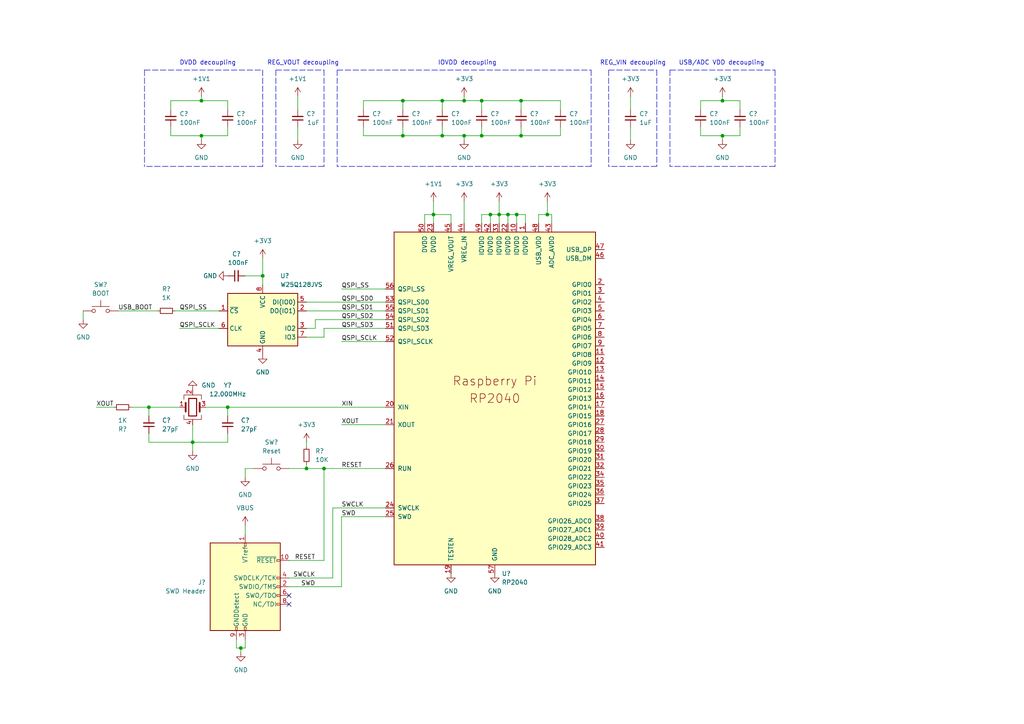
<source format=kicad_sch>
(kicad_sch (version 20211123) (generator eeschema)
  (paper "A4")
  (lib_symbols
    (symbol "Connector:Conn_ARM_JTAG_SWD_10" (pin_names (offset 1.016))
      (property "Reference" "J" (at -2.54 16.51 0))
      (property "Value" "Conn_ARM_JTAG_SWD_10" (at -2.54 13.97 0))
      (symbol "Conn_ARM_JTAG_SWD_10_0_1"
        (rectangle (start -10.16 12.7) (end 10.16 -12.7) (stroke (width 0.254)) (fill (type background)))
        (rectangle (start -2.794 -12.7) (end -2.286 -11.684))
        (rectangle (start -0.254 -12.7) (end 0.254 -11.684))
        (rectangle (start -0.254 12.7) (end 0.254 11.684))
        (rectangle (start 9.144 2.286) (end 10.16 2.794))
        (rectangle (start 10.16 -2.794) (end 9.144 -2.286))
        (rectangle (start 10.16 -0.254) (end 9.144 0.254))
        (rectangle (start 10.16 7.874) (end 9.144 7.366))
      )
      (symbol "Conn_ARM_JTAG_SWD_10_1_1"
        (rectangle (start 9.144 -5.334) (end 10.16 -4.826))
        (pin power_in line (at 0 15.24 270) (length 2.54) (name "VTref") (number "1"))
        (pin open_collector line (at 12.7 7.62 180) (length 2.54) (name "~{RESET}") (number "10"))
        (pin bidirectional line (at 12.7 0 180) (length 2.54) (name "SWDIO/TMS") (number "2"))
        (pin power_in line (at 0 -15.24 90) (length 2.54) (name "GND") (number "3"))
        (pin output line (at 12.7 2.54 180) (length 2.54) (name "SWDCLK/TCK") (number "4"))
        (pin passive line (at 0 -15.24 90) (length 2.54) hide (name "GND") (number "5"))
        (pin input line (at 12.7 -2.54 180) (length 2.54) (name "SWO/TDO") (number "6"))
        (pin no_connect line (at -10.16 0 0) (length 2.54) hide (name "KEY") (number "7"))
        (pin output line (at 12.7 -5.08 180) (length 2.54) (name "NC/TDI") (number "8"))
        (pin passive line (at -2.54 -15.24 90) (length 2.54) (name "GNDDetect") (number "9"))
      )
    )
    (symbol "Device:C_Small" (pin_numbers hide) (pin_names (offset 0.254) hide)
      (property "Reference" "C" (at 0.254 1.778 0))
      (property "Value" "C_Small" (at 0.254 -2.032 0))
      (symbol "C_Small_0_1"
        (polyline (pts (xy -1.524 -0.508) (xy 1.524 -0.508)) (stroke (width 0.3302)))
        (polyline (pts (xy -1.524 0.508) (xy 1.524 0.508)) (stroke (width 0.3048)))
      )
      (symbol "C_Small_1_1"
        (pin passive line (at 0 2.54 270) (length 2.032) (name "~") (number "1"))
        (pin passive line (at 0 -2.54 90) (length 2.032) (name "~") (number "2"))
      )
    )
    (symbol "Device:Crystal_GND24" (pin_names (offset 1.016) hide)
      (property "Reference" "Y" (at 3.175 5.08 0))
      (property "Value" "Crystal_GND24" (at 3.175 3.175 0))
      (symbol "Crystal_GND24_0_1"
        (rectangle (start -1.143 2.54) (end 1.143 -2.54) (stroke (width 0.3048)))
        (polyline (pts (xy -2.54 0) (xy -2.032 0)))
        (polyline (pts (xy -2.032 -1.27) (xy -2.032 1.27)) (stroke (width 0.508)))
        (polyline (pts (xy 0 -3.81) (xy 0 -3.556)))
        (polyline (pts (xy 0 3.556) (xy 0 3.81)))
        (polyline (pts (xy 2.032 -1.27) (xy 2.032 1.27)) (stroke (width 0.508)))
        (polyline (pts (xy 2.032 0) (xy 2.54 0)))
        (polyline (pts (xy -2.54 -2.286) (xy -2.54 -3.556) (xy 2.54 -3.556) (xy 2.54 -2.286)))
        (polyline (pts (xy -2.54 2.286) (xy -2.54 3.556) (xy 2.54 3.556) (xy 2.54 2.286)))
      )
      (symbol "Crystal_GND24_1_1"
        (pin passive line (at -3.81 0 0) (length 1.27) (name "1") (number "1"))
        (pin passive line (at 0 5.08 270) (length 1.27) (name "2") (number "2"))
        (pin passive line (at 3.81 0 180) (length 1.27) (name "3") (number "3"))
        (pin passive line (at 0 -5.08 90) (length 1.27) (name "4") (number "4"))
      )
    )
    (symbol "Device:R_Small" (pin_numbers hide) (pin_names (offset 0.254) hide)
      (property "Reference" "R" (at 0.762 0.508 0))
      (property "Value" "R_Small" (at 0.762 -1.016 0))
      (symbol "R_Small_0_1"
        (rectangle (start -0.762 1.778) (end 0.762 -1.778) (stroke (width 0.2032)))
      )
      (symbol "R_Small_1_1"
        (pin passive line (at 0 2.54 270) (length 0.762) (name "~") (number "1"))
        (pin passive line (at 0 -2.54 90) (length 0.762) (name "~") (number "2"))
      )
    )
    (symbol "Memory_Flash:W25Q32JVSS"
      (property "Reference" "U" (at -8.89 8.89 0))
      (property "Value" "W25Q32JVSS" (at 7.62 8.89 0))
      (symbol "W25Q32JVSS_0_1"
        (rectangle (start -10.16 7.62) (end 10.16 -7.62) (stroke (width 0.254)) (fill (type background)))
      )
      (symbol "W25Q32JVSS_1_1"
        (pin input line (at -12.7 2.54 0) (length 2.54) (name "~{CS}") (number "1"))
        (pin bidirectional line (at 12.7 2.54 180) (length 2.54) (name "DO(IO1)") (number "2"))
        (pin bidirectional line (at 12.7 -2.54 180) (length 2.54) (name "IO2") (number "3"))
        (pin power_in line (at 0 -10.16 90) (length 2.54) (name "GND") (number "4"))
        (pin bidirectional line (at 12.7 5.08 180) (length 2.54) (name "DI(IO0)") (number "5"))
        (pin input line (at -12.7 -2.54 0) (length 2.54) (name "CLK") (number "6"))
        (pin bidirectional line (at 12.7 -5.08 180) (length 2.54) (name "IO3") (number "7"))
        (pin power_in line (at 0 10.16 270) (length 2.54) (name "VCC") (number "8"))
      )
    )
    (symbol "RP2040:RP2040" (pin_names (offset 1.016))
      (property "Reference" "U" (at -29.21 49.53 0))
      (property "Value" "RP2040" (at 24.13 -49.53 0))
      (symbol "RP2040_0_0"
        (text "Raspberry Pi" (at 0 5.08 0) (effects (font (size 2.54 2.54))))
        (text "RP2040" (at 0 0 0) (effects (font (size 2.54 2.54))))
      )
      (symbol "RP2040_0_1"
        (rectangle (start 29.21 48.26) (end -29.21 -48.26) (stroke (width 0.254)) (fill (type background)))
      )
      (symbol "RP2040_1_1"
        (pin power_in line (at 8.89 50.8 270) (length 2.54) (name "IOVDD") (number "1"))
        (pin power_in line (at 6.35 50.8 270) (length 2.54) (name "IOVDD") (number "10"))
        (pin bidirectional line (at 31.75 12.7 180) (length 2.54) (name "GPIO8") (number "11"))
        (pin bidirectional line (at 31.75 10.16 180) (length 2.54) (name "GPIO9") (number "12"))
        (pin bidirectional line (at 31.75 7.62 180) (length 2.54) (name "GPIO10") (number "13"))
        (pin bidirectional line (at 31.75 5.08 180) (length 2.54) (name "GPIO11") (number "14"))
        (pin bidirectional line (at 31.75 2.54 180) (length 2.54) (name "GPIO12") (number "15"))
        (pin bidirectional line (at 31.75 0 180) (length 2.54) (name "GPIO13") (number "16"))
        (pin bidirectional line (at 31.75 -2.54 180) (length 2.54) (name "GPIO14") (number "17"))
        (pin bidirectional line (at 31.75 -5.08 180) (length 2.54) (name "GPIO15") (number "18"))
        (pin passive line (at -12.7 -50.8 90) (length 2.54) (name "TESTEN") (number "19"))
        (pin bidirectional line (at 31.75 33.02 180) (length 2.54) (name "GPIO0") (number "2"))
        (pin input line (at -31.75 -2.54 0) (length 2.54) (name "XIN") (number "20"))
        (pin passive line (at -31.75 -7.62 0) (length 2.54) (name "XOUT") (number "21"))
        (pin power_in line (at 3.81 50.8 270) (length 2.54) (name "IOVDD") (number "22"))
        (pin power_in line (at -17.78 50.8 270) (length 2.54) (name "DVDD") (number "23"))
        (pin output line (at -31.75 -31.75 0) (length 2.54) (name "SWCLK") (number "24"))
        (pin bidirectional line (at -31.75 -34.29 0) (length 2.54) (name "SWD") (number "25"))
        (pin input line (at -31.75 -20.32 0) (length 2.54) (name "RUN") (number "26"))
        (pin bidirectional line (at 31.75 -7.62 180) (length 2.54) (name "GPIO16") (number "27"))
        (pin bidirectional line (at 31.75 -10.16 180) (length 2.54) (name "GPIO17") (number "28"))
        (pin bidirectional line (at 31.75 -12.7 180) (length 2.54) (name "GPIO18") (number "29"))
        (pin bidirectional line (at 31.75 30.48 180) (length 2.54) (name "GPIO1") (number "3"))
        (pin bidirectional line (at 31.75 -15.24 180) (length 2.54) (name "GPIO19") (number "30"))
        (pin bidirectional line (at 31.75 -17.78 180) (length 2.54) (name "GPIO20") (number "31"))
        (pin bidirectional line (at 31.75 -20.32 180) (length 2.54) (name "GPIO21") (number "32"))
        (pin power_in line (at 1.27 50.8 270) (length 2.54) (name "IOVDD") (number "33"))
        (pin bidirectional line (at 31.75 -22.86 180) (length 2.54) (name "GPIO22") (number "34"))
        (pin bidirectional line (at 31.75 -25.4 180) (length 2.54) (name "GPIO23") (number "35"))
        (pin bidirectional line (at 31.75 -27.94 180) (length 2.54) (name "GPIO24") (number "36"))
        (pin bidirectional line (at 31.75 -30.48 180) (length 2.54) (name "GPIO25") (number "37"))
        (pin bidirectional line (at 31.75 -35.56 180) (length 2.54) (name "GPIO26_ADC0") (number "38"))
        (pin bidirectional line (at 31.75 -38.1 180) (length 2.54) (name "GPIO27_ADC1") (number "39"))
        (pin bidirectional line (at 31.75 27.94 180) (length 2.54) (name "GPIO2") (number "4"))
        (pin bidirectional line (at 31.75 -40.64 180) (length 2.54) (name "GPIO28_ADC2") (number "40"))
        (pin bidirectional line (at 31.75 -43.18 180) (length 2.54) (name "GPIO29_ADC3") (number "41"))
        (pin power_in line (at -1.27 50.8 270) (length 2.54) (name "IOVDD") (number "42"))
        (pin power_in line (at 16.51 50.8 270) (length 2.54) (name "ADC_AVDD") (number "43"))
        (pin power_in line (at -8.89 50.8 270) (length 2.54) (name "VREG_IN") (number "44"))
        (pin power_out line (at -12.7 50.8 270) (length 2.54) (name "VREG_VOUT") (number "45"))
        (pin bidirectional line (at 31.75 40.64 180) (length 2.54) (name "USB_DM") (number "46"))
        (pin bidirectional line (at 31.75 43.18 180) (length 2.54) (name "USB_DP") (number "47"))
        (pin power_in line (at 12.7 50.8 270) (length 2.54) (name "USB_VDD") (number "48"))
        (pin power_in line (at -3.81 50.8 270) (length 2.54) (name "IOVDD") (number "49"))
        (pin bidirectional line (at 31.75 25.4 180) (length 2.54) (name "GPIO3") (number "5"))
        (pin power_in line (at -20.32 50.8 270) (length 2.54) (name "DVDD") (number "50"))
        (pin bidirectional line (at -31.75 20.32 0) (length 2.54) (name "QSPI_SD3") (number "51"))
        (pin output line (at -31.75 16.51 0) (length 2.54) (name "QSPI_SCLK") (number "52"))
        (pin bidirectional line (at -31.75 27.94 0) (length 2.54) (name "QSPI_SD0") (number "53"))
        (pin bidirectional line (at -31.75 22.86 0) (length 2.54) (name "QSPI_SD2") (number "54"))
        (pin bidirectional line (at -31.75 25.4 0) (length 2.54) (name "QSPI_SD1") (number "55"))
        (pin bidirectional line (at -31.75 31.75 0) (length 2.54) (name "QSPI_SS") (number "56"))
        (pin power_in line (at 0 -50.8 90) (length 2.54) (name "GND") (number "57"))
        (pin bidirectional line (at 31.75 22.86 180) (length 2.54) (name "GPIO4") (number "6"))
        (pin bidirectional line (at 31.75 20.32 180) (length 2.54) (name "GPIO5") (number "7"))
        (pin bidirectional line (at 31.75 17.78 180) (length 2.54) (name "GPIO6") (number "8"))
        (pin bidirectional line (at 31.75 15.24 180) (length 2.54) (name "GPIO7") (number "9"))
      )
    )
    (symbol "Switch:SW_Push" (pin_numbers hide) (pin_names (offset 1.016) hide)
      (property "Reference" "SW" (at 1.27 2.54 0))
      (property "Value" "SW_Push" (at 0 -1.524 0))
      (symbol "SW_Push_0_1"
        (circle (center -2.032 0) (radius 0.508))
        (polyline (pts (xy 0 1.27) (xy 0 3.048)))
        (polyline (pts (xy 2.54 1.27) (xy -2.54 1.27)))
        (circle (center 2.032 0) (radius 0.508))
        (pin passive line (at -5.08 0 0) (length 2.54) (name "1") (number "1"))
        (pin passive line (at 5.08 0 180) (length 2.54) (name "2") (number "2"))
      )
    )
    (symbol "power:+1V1" (power) (pin_names (offset 0))
      (property "Value" "+1V1" (at 0 3.556 0))
      (symbol "+1V1_0_1"
        (polyline (pts (xy -0.762 1.27) (xy 0 2.54)))
        (polyline (pts (xy 0 0) (xy 0 2.54)))
        (polyline (pts (xy 0 2.54) (xy 0.762 1.27)))
      )
      (symbol "+1V1_1_1"
        (pin power_in line (at 0 0 90) (length 0) hide (name "+1V1") (number "1"))
      )
    )
    (symbol "power:+3.3V" (power) (pin_names (offset 0))
      (property "Value" "+3.3V" (at 0 3.556 0))
      (symbol "+3.3V_0_1"
        (polyline (pts (xy -0.762 1.27) (xy 0 2.54)))
        (polyline (pts (xy 0 0) (xy 0 2.54)))
        (polyline (pts (xy 0 2.54) (xy 0.762 1.27)))
      )
      (symbol "+3.3V_1_1"
        (pin power_in line (at 0 0 90) (length 0) hide (name "+3V3") (number "1"))
      )
    )
    (symbol "power:GND" (power) (pin_names (offset 0))
      (property "Value" "GND" (at 0 -3.81 0))
      (symbol "GND_0_1"
        (polyline (pts (xy 0 0) (xy 0 -1.27) (xy 1.27 -1.27) (xy 0 -2.54) (xy -1.27 -1.27) (xy 0 -1.27)))
      )
      (symbol "GND_1_1"
        (pin power_in line (at 0 0 270) (length 0) hide (name "GND") (number "1"))
      )
    )
    (symbol "power:VBUS" (power) (pin_names (offset 0))
      (property "Value" "VBUS" (at 0 3.81 0))
      (symbol "VBUS_0_1"
        (polyline (pts (xy -0.762 1.27) (xy 0 2.54)))
        (polyline (pts (xy 0 0) (xy 0 2.54)))
        (polyline (pts (xy 0 2.54) (xy 0.762 1.27)))
      )
      (symbol "VBUS_1_1"
        (pin power_in line (at 0 0 90) (length 0) hide (name "VBUS") (number "1"))
      )
    )
  )
  (junction (at 128.27 39.37))
  (junction (at 93.98 135.89))
  (junction (at 158.75 62.23))
  (junction (at 58.42 39.37))
  (junction (at 125.73 62.23))
  (junction (at 134.62 29.21))
  (junction (at 116.84 39.37))
  (junction (at 43.18 118.11))
  (junction (at 209.55 39.37))
  (junction (at 116.84 29.21))
  (junction (at 139.7 29.21))
  (junction (at 144.78 62.23))
  (junction (at 55.88 128.27))
  (junction (at 151.13 39.37))
  (junction (at 58.42 29.21))
  (junction (at 134.62 39.37))
  (junction (at 142.24 62.23))
  (junction (at 76.2 80.01))
  (junction (at 147.32 62.23))
  (junction (at 88.9 135.89))
  (junction (at 151.13 29.21))
  (junction (at 128.27 29.21))
  (junction (at 139.7 39.37))
  (junction (at 69.85 187.96))
  (junction (at 149.86 62.23))
  (junction (at 209.55 29.21))
  (junction (at 66.04 118.11))
  (no_connect (at 83.82 175.26))
  (no_connect (at 83.82 172.72))
  (wire (pts (xy 88.9 97.79) (xy 93.98 97.79)))
  (wire (pts (xy 66.04 29.21) (xy 66.04 31.75)))
  (wire (pts (xy 203.2 29.21) (xy 203.2 31.75)))
  (polyline (pts (xy 194.31 20.32) (xy 224.79 20.32)))
  (wire (pts (xy 116.84 39.37) (xy 128.27 39.37)))
  (wire (pts (xy 66.04 118.11) (xy 111.76 118.11)))
  (wire (pts (xy 144.78 62.23) (xy 144.78 64.77)))
  (wire (pts (xy 55.88 128.27) (xy 55.88 123.19)))
  (wire (pts (xy 43.18 118.11) (xy 52.07 118.11)))
  (wire (pts (xy 149.86 62.23) (xy 149.86 64.77)))
  (wire (pts (xy 162.56 29.21) (xy 162.56 31.75)))
  (wire (pts (xy 105.41 36.83) (xy 105.41 39.37)))
  (wire (pts (xy 93.98 162.56) (xy 93.98 135.89)))
  (wire (pts (xy 27.94 118.11) (xy 33.02 118.11)))
  (wire (pts (xy 71.12 187.96) (xy 71.12 185.42)))
  (wire (pts (xy 156.21 64.77) (xy 156.21 62.23)))
  (wire (pts (xy 49.53 39.37) (xy 58.42 39.37)))
  (wire (pts (xy 93.98 97.79) (xy 93.98 95.25)))
  (wire (pts (xy 151.13 29.21) (xy 162.56 29.21)))
  (polyline (pts (xy 76.2 20.32) (xy 76.2 48.26)))
  (wire (pts (xy 156.21 62.23) (xy 158.75 62.23)))
  (wire (pts (xy 71.12 135.89) (xy 71.12 138.43)))
  (polyline (pts (xy 190.5 48.26) (xy 176.53 48.26)))
  (wire (pts (xy 142.24 62.23) (xy 142.24 64.77)))
  (wire (pts (xy 116.84 29.21) (xy 128.27 29.21)))
  (polyline (pts (xy 194.31 20.32) (xy 194.31 48.26)))
  (polyline (pts (xy 76.2 48.26) (xy 41.91 48.26)))
  (wire (pts (xy 139.7 36.83) (xy 139.7 39.37)))
  (wire (pts (xy 134.62 29.21) (xy 139.7 29.21)))
  (wire (pts (xy 116.84 36.83) (xy 116.84 39.37)))
  (wire (pts (xy 69.85 187.96) (xy 71.12 187.96)))
  (wire (pts (xy 49.53 39.37) (xy 49.53 36.83)))
  (wire (pts (xy 76.2 74.93) (xy 76.2 80.01)))
  (wire (pts (xy 158.75 62.23) (xy 160.02 62.23)))
  (wire (pts (xy 151.13 36.83) (xy 151.13 39.37)))
  (wire (pts (xy 125.73 62.23) (xy 125.73 64.77)))
  (wire (pts (xy 38.1 118.11) (xy 43.18 118.11)))
  (wire (pts (xy 58.42 39.37) (xy 66.04 39.37)))
  (wire (pts (xy 83.82 162.56) (xy 93.98 162.56)))
  (wire (pts (xy 105.41 29.21) (xy 105.41 31.75)))
  (wire (pts (xy 128.27 39.37) (xy 134.62 39.37)))
  (wire (pts (xy 52.07 95.25) (xy 63.5 95.25)))
  (wire (pts (xy 214.63 39.37) (xy 214.63 36.83)))
  (polyline (pts (xy 97.79 20.32) (xy 97.79 48.26)))
  (wire (pts (xy 125.73 58.42) (xy 125.73 62.23)))
  (wire (pts (xy 24.13 90.17) (xy 24.13 92.71)))
  (wire (pts (xy 49.53 29.21) (xy 58.42 29.21)))
  (wire (pts (xy 93.98 135.89) (xy 111.76 135.89)))
  (wire (pts (xy 134.62 39.37) (xy 139.7 39.37)))
  (wire (pts (xy 99.06 99.06) (xy 111.76 99.06)))
  (wire (pts (xy 209.55 27.94) (xy 209.55 29.21)))
  (wire (pts (xy 152.4 62.23) (xy 149.86 62.23)))
  (wire (pts (xy 88.9 90.17) (xy 111.76 90.17)))
  (wire (pts (xy 58.42 29.21) (xy 66.04 29.21)))
  (wire (pts (xy 162.56 36.83) (xy 162.56 39.37)))
  (wire (pts (xy 68.58 187.96) (xy 69.85 187.96)))
  (wire (pts (xy 55.88 128.27) (xy 66.04 128.27)))
  (wire (pts (xy 209.55 39.37) (xy 214.63 39.37)))
  (polyline (pts (xy 80.01 20.32) (xy 93.98 20.32)))
  (wire (pts (xy 43.18 118.11) (xy 43.18 120.65)))
  (wire (pts (xy 128.27 29.21) (xy 134.62 29.21)))
  (wire (pts (xy 71.12 80.01) (xy 76.2 80.01)))
  (wire (pts (xy 134.62 27.94) (xy 134.62 29.21)))
  (wire (pts (xy 144.78 62.23) (xy 147.32 62.23)))
  (wire (pts (xy 96.52 167.64) (xy 96.52 147.32)))
  (wire (pts (xy 123.19 62.23) (xy 125.73 62.23)))
  (wire (pts (xy 69.85 187.96) (xy 69.85 189.23)))
  (wire (pts (xy 105.41 29.21) (xy 116.84 29.21)))
  (polyline (pts (xy 41.91 20.32) (xy 76.2 20.32)))
  (polyline (pts (xy 190.5 20.32) (xy 190.5 48.26)))
  (wire (pts (xy 55.88 128.27) (xy 55.88 130.81)))
  (wire (pts (xy 152.4 64.77) (xy 152.4 62.23)))
  (wire (pts (xy 160.02 62.23) (xy 160.02 64.77)))
  (wire (pts (xy 209.55 40.64) (xy 209.55 39.37)))
  (wire (pts (xy 209.55 39.37) (xy 203.2 39.37)))
  (wire (pts (xy 88.9 128.27) (xy 88.9 129.54)))
  (polyline (pts (xy 224.79 48.26) (xy 194.31 48.26)))
  (wire (pts (xy 88.9 95.25) (xy 91.44 95.25)))
  (wire (pts (xy 50.8 90.17) (xy 63.5 90.17)))
  (wire (pts (xy 43.18 125.73) (xy 43.18 128.27)))
  (wire (pts (xy 73.66 135.89) (xy 71.12 135.89)))
  (polyline (pts (xy 41.91 20.32) (xy 41.91 48.26)))
  (wire (pts (xy 68.58 185.42) (xy 68.58 187.96)))
  (wire (pts (xy 83.82 170.18) (xy 99.06 170.18)))
  (wire (pts (xy 86.36 36.83) (xy 86.36 40.64)))
  (wire (pts (xy 128.27 29.21) (xy 128.27 31.75)))
  (polyline (pts (xy 171.45 48.26) (xy 97.79 48.26)))
  (wire (pts (xy 130.81 64.77) (xy 130.81 62.23)))
  (wire (pts (xy 55.88 128.27) (xy 43.18 128.27)))
  (wire (pts (xy 139.7 29.21) (xy 139.7 31.75)))
  (wire (pts (xy 144.78 58.42) (xy 144.78 62.23)))
  (wire (pts (xy 66.04 118.11) (xy 66.04 120.65)))
  (wire (pts (xy 49.53 29.21) (xy 49.53 31.75)))
  (wire (pts (xy 147.32 62.23) (xy 147.32 64.77)))
  (wire (pts (xy 123.19 64.77) (xy 123.19 62.23)))
  (wire (pts (xy 66.04 125.73) (xy 66.04 128.27)))
  (wire (pts (xy 66.04 39.37) (xy 66.04 36.83)))
  (wire (pts (xy 99.06 149.86) (xy 99.06 170.18)))
  (wire (pts (xy 96.52 147.32) (xy 111.76 147.32)))
  (polyline (pts (xy 176.53 20.32) (xy 190.5 20.32)))
  (wire (pts (xy 151.13 39.37) (xy 162.56 39.37)))
  (wire (pts (xy 134.62 58.42) (xy 134.62 64.77)))
  (polyline (pts (xy 97.79 20.32) (xy 171.45 20.32)))
  (wire (pts (xy 88.9 134.62) (xy 88.9 135.89)))
  (wire (pts (xy 182.88 27.94) (xy 182.88 31.75)))
  (wire (pts (xy 147.32 62.23) (xy 149.86 62.23)))
  (wire (pts (xy 214.63 29.21) (xy 214.63 31.75)))
  (wire (pts (xy 209.55 29.21) (xy 214.63 29.21)))
  (polyline (pts (xy 80.01 20.32) (xy 80.01 48.26)))
  (wire (pts (xy 99.06 123.19) (xy 111.76 123.19)))
  (wire (pts (xy 139.7 39.37) (xy 151.13 39.37)))
  (wire (pts (xy 139.7 62.23) (xy 142.24 62.23)))
  (wire (pts (xy 116.84 29.21) (xy 116.84 31.75)))
  (wire (pts (xy 86.36 27.94) (xy 86.36 31.75)))
  (wire (pts (xy 93.98 95.25) (xy 111.76 95.25)))
  (wire (pts (xy 88.9 135.89) (xy 93.98 135.89)))
  (wire (pts (xy 130.81 62.23) (xy 125.73 62.23)))
  (wire (pts (xy 58.42 27.94) (xy 58.42 29.21)))
  (wire (pts (xy 91.44 95.25) (xy 91.44 92.71)))
  (wire (pts (xy 99.06 83.82) (xy 111.76 83.82)))
  (wire (pts (xy 83.82 167.64) (xy 96.52 167.64)))
  (polyline (pts (xy 93.98 48.26) (xy 80.01 48.26)))
  (wire (pts (xy 91.44 92.71) (xy 111.76 92.71)))
  (wire (pts (xy 158.75 58.42) (xy 158.75 62.23)))
  (polyline (pts (xy 93.98 20.32) (xy 93.98 48.26)))
  (wire (pts (xy 134.62 40.64) (xy 134.62 39.37)))
  (polyline (pts (xy 176.53 20.32) (xy 176.53 48.26)))
  (wire (pts (xy 203.2 36.83) (xy 203.2 39.37)))
  (wire (pts (xy 66.04 118.11) (xy 59.69 118.11)))
  (wire (pts (xy 71.12 152.4) (xy 71.12 154.94)))
  (wire (pts (xy 139.7 29.21) (xy 151.13 29.21)))
  (polyline (pts (xy 224.79 20.32) (xy 224.79 48.26)))
  (wire (pts (xy 139.7 64.77) (xy 139.7 62.23)))
  (wire (pts (xy 105.41 39.37) (xy 116.84 39.37)))
  (wire (pts (xy 83.82 135.89) (xy 88.9 135.89)))
  (wire (pts (xy 58.42 39.37) (xy 58.42 40.64)))
  (wire (pts (xy 151.13 29.21) (xy 151.13 31.75)))
  (wire (pts (xy 99.06 149.86) (xy 111.76 149.86)))
  (wire (pts (xy 142.24 62.23) (xy 144.78 62.23)))
  (wire (pts (xy 76.2 80.01) (xy 76.2 82.55)))
  (polyline (pts (xy 171.45 20.32) (xy 171.45 48.26)))
  (wire (pts (xy 182.88 36.83) (xy 182.88 40.64)))
  (wire (pts (xy 88.9 87.63) (xy 111.76 87.63)))
  (wire (pts (xy 34.29 90.17) (xy 45.72 90.17)))
  (wire (pts (xy 209.55 29.21) (xy 203.2 29.21)))
  (wire (pts (xy 128.27 36.83) (xy 128.27 39.37)))
  (text "DVDD decoupling" (at 52.07 19.05 0) (effects (font (size 1.27 1.27)) (justify left bottom)))
  (text "REG_VOUT decoupling" (at 77.47 19.05 0) (effects (font (size 1.27 1.27)) (justify left bottom)))
  (text "IOVDD decoupling" (at 127 19.05 0) (effects (font (size 1.27 1.27)) (justify left bottom)))
  (text "USB/ADC VDD decoupling" (at 196.85 19.05 0) (effects (font (size 1.27 1.27)) (justify left bottom)))
  (text "REG_VIN decoupling" (at 173.99 19.05 0) (effects (font (size 1.27 1.27)) (justify left bottom)))
  (label "QSPI_SD0" (at 99.06 87.63 0))
  (label "SWCLK" (at 91.44 167.64 180))
  (label "XOUT" (at 27.94 118.11 0))
  (label "QSPI_SS" (at 99.06 83.82 0))
  (label "XOUT" (at 99.06 123.19 0))
  (label "QSPI_SD2" (at 99.06 92.71 0))
  (label "XIN" (at 99.06 118.11 0))
  (label "SWD" (at 91.44 170.18 180))
  (label "QSPI_SS" (at 52.07 90.17 0))
  (label "USB_BOOT" (at 34.29 90.17 0))
  (label "QSPI_SD3" (at 99.06 95.25 0))
  (label "RESET" (at 91.44 162.56 180))
  (label "QSPI_SCLK" (at 99.06 99.06 0))
  (label "QSPI_SCLK" (at 52.07 95.25 0))
  (label "SWCLK" (at 99.06 147.32 0))
  (label "QSPI_SD1" (at 99.06 90.17 0))
  (label "RESET" (at 99.06 135.89 0))
  (label "SWD" (at 99.06 149.86 0))
  (symbol (lib_id "power:GND") (at 58.42 40.64 0) (unit 1)
    (property "Reference" "#PWR?" (effects hide))
    (property "Value" "GND" (at 58.42 45.72 0))
  )
  (symbol (lib_id "power:+3.3V") (at 134.62 27.94 0) (unit 1)
    (property "Reference" "#PWR?" (effects hide))
    (property "Value" "+3.3V" (at 134.62 22.86 0))
  )
  (symbol (lib_id "power:+3.3V") (at 209.55 27.94 0) (unit 1)
    (property "Reference" "#PWR?" (effects hide))
    (property "Value" "+3.3V" (at 209.55 22.86 0))
  )
  (symbol (lib_id "power:GND") (at 209.55 40.64 0) (unit 1)
    (property "Reference" "#PWR?" (effects hide))
    (property "Value" "GND" (at 209.55 45.72 0))
  )
  (symbol (lib_id "Device:C_Small") (at 214.63 34.29 180) (unit 1)
    (property "Reference" "C?" (at 217.17 33.02 0) (effects (justify right)))
    (property "Value" "100nF" (at 217.17 35.56 0) (effects (justify right)))
    (property "Footprint" "Capacitor_SMD:C_0402_1005Metric" (effects hide))
    (property "Basic Part" "Yes" (effects hide))
    (property "LCSC part number" "C1525" (effects hide))
  )
  (symbol (lib_id "Device:C_Small") (at 203.2 34.29 180) (unit 1)
    (property "Reference" "C?" (at 205.74 33.02 0) (effects (justify right)))
    (property "Value" "100nF" (at 205.74 35.56 0) (effects (justify right)))
    (property "Footprint" "Capacitor_SMD:C_0402_1005Metric" (effects hide))
    (property "Basic Part" "Yes" (effects hide))
    (property "LCSC part number" "C1525" (effects hide))
  )
  (symbol (lib_id "power:GND") (at 86.36 40.64 0) (unit 1)
    (property "Reference" "#PWR?" (effects hide))
    (property "Value" "GND" (at 86.36 45.72 0))
  )
  (symbol (lib_id "Device:C_Small") (at 105.41 34.29 180) (unit 1)
    (property "Reference" "C?" (at 107.95 33.02 0) (effects (justify right)))
    (property "Value" "100nF" (at 107.95 35.56 0) (effects (justify right)))
    (property "Footprint" "Capacitor_SMD:C_0402_1005Metric" (effects hide))
    (property "Basic Part" "Yes" (effects hide))
    (property "LCSC part number" "C1525" (effects hide))
  )
  (symbol (lib_id "power:+3.3V") (at 144.78 58.42 0) (unit 1)
    (property "Reference" "#PWR?" (effects hide))
    (property "Value" "+3.3V" (at 144.78 53.34 0))
  )
  (symbol (lib_id "power:GND") (at 130.81 166.37 0) (unit 1)
    (property "Reference" "#PWR?" (effects hide))
    (property "Value" "GND" (at 130.81 171.45 0))
  )
  (symbol (lib_id "power:+3.3V") (at 134.62 58.42 0) (unit 1)
    (property "Reference" "#PWR?" (effects hide))
    (property "Value" "+3.3V" (at 134.62 53.34 0))
  )
  (symbol (lib_id "power:GND") (at 55.88 113.03 180) (unit 1)
    (property "Reference" "#PWR?" (effects hide))
    (property "Value" "GND" (at 58.42 111.7599 0) (effects (justify right)))
  )
  (symbol (lib_id "power:GND") (at 134.62 40.64 0) (unit 1)
    (property "Reference" "#PWR?" (effects hide))
    (property "Value" "GND" (at 134.62 45.72 0))
  )
  (symbol (lib_id "power:+3.3V") (at 158.75 58.42 0) (unit 1)
    (property "Reference" "#PWR?" (effects hide))
    (property "Value" "+3.3V" (at 158.75 53.34 0))
  )
  (symbol (lib_id "Device:C_Small") (at 128.27 34.29 180) (unit 1)
    (property "Reference" "C?" (at 130.81 33.02 0) (effects (justify right)))
    (property "Value" "100nF" (at 130.81 35.56 0) (effects (justify right)))
    (property "Footprint" "Capacitor_SMD:C_0402_1005Metric" (effects hide))
    (property "Basic Part" "Yes" (effects hide))
    (property "LCSC part number" "C1525" (effects hide))
  )
  (symbol (lib_id "power:+3.3V") (at 76.2 74.93 0) (unit 1)
    (property "Reference" "#PWR?" (effects hide))
    (property "Value" "+3.3V" (at 76.2 69.85 0))
  )
  (symbol (lib_id "Memory_Flash:W25Q32JVSS") (at 76.2 92.71 0) (unit 1)
    (property "Reference" "U?" (at 81.28 80.01 0) (effects (justify left)))
    (property "Value" "W25Q128JVS" (at 81.28 82.55 0) (effects (justify left)))
    (property "Footprint" "Package_SO:SOIC-8_5.23x5.23mm_P1.27mm" (effects hide))
    (property "Datasheet" "http://www.winbond.com/resource-files/w25q32jv%20revg%2003272018%20plus.pdf" (effects hide))
    (property "LCSC part number" "C97521" (effects hide))
    (property "Basic Part" "Yes" (effects hide))
  )
  (symbol (lib_id "power:+3.3V") (at 88.9 128.27 0) (unit 1)
    (property "Reference" "#PWR?" (effects hide))
    (property "Value" "+3.3V" (at 88.9 123.19 0))
  )
  (symbol (lib_id "power:GND") (at 66.04 80.01 270) (unit 1)
    (property "Reference" "#PWR?" (effects hide))
    (property "Value" "GND" (at 60.96 80.01 90))
  )
  (symbol (lib_id "Connector:Conn_ARM_JTAG_SWD_10") (at 71.12 170.18 0) (unit 1)
    (property "Reference" "J?" (at 59.69 168.9099 0) (effects (justify right)))
    (property "Value" "SWD Header" (at 59.69 171.4499 0) (effects (justify right)))
    (property "Footprint" "Connector_PinHeader_2.54mm:PinHeader_2x05_P2.54mm_Vertical" (effects hide))
  )
  (symbol (lib_id "power:GND") (at 24.13 92.71 0) (unit 1)
    (property "Reference" "#PWR?" (effects hide))
    (property "Value" "GND" (at 24.13 97.79 0))
  )
  (symbol (lib_id "Device:R_Small") (at 88.9 132.08 0) (unit 1)
    (property "Reference" "R?" (at 91.44 130.8099 0) (effects (justify left)))
    (property "Value" "10K" (at 91.44 133.3499 0) (effects (justify left)))
    (property "Footprint" "Resistor_SMD:R_0402_1005Metric" (effects hide))
    (property "LCSC part number" "C25744" (effects hide))
    (property "Basic Part" "Yes" (effects hide))
  )
  (symbol (lib_id "power:GND") (at 182.88 40.64 0) (unit 1)
    (property "Reference" "#PWR?" (effects hide))
    (property "Value" "GND" (at 182.88 45.72 0))
  )
  (symbol (lib_id "Device:C_Small") (at 151.13 34.29 180) (unit 1)
    (property "Reference" "C?" (at 153.67 33.02 0) (effects (justify right)))
    (property "Value" "100nF" (at 153.67 35.56 0) (effects (justify right)))
    (property "Footprint" "Capacitor_SMD:C_0402_1005Metric" (effects hide))
    (property "Basic Part" "Yes" (effects hide))
    (property "LCSC part number" "C1525" (effects hide))
  )
  (symbol (lib_id "Device:C_Small") (at 66.04 123.19 180) (unit 1)
    (property "Reference" "C?" (at 69.85 121.9199 0) (effects (justify right)))
    (property "Value" "27pF" (at 69.85 124.4599 0) (effects (justify right)))
    (property "Footprint" "Capacitor_SMD:C_0402_1005Metric" (effects hide))
    (property "LCSC part number" "C1557" (effects hide))
    (property "Basic Part" "Yes" (effects hide))
  )
  (symbol (lib_id "power:GND") (at 76.2 102.87 0) (unit 1)
    (property "Reference" "#PWR?" (effects hide))
    (property "Value" "GND" (at 76.2 107.95 0))
  )
  (symbol (lib_id "power:+1V1") (at 58.42 27.94 0) (unit 1)
    (property "Reference" "#PWR?" (effects hide))
    (property "Value" "+1V1" (at 58.42 22.86 0))
  )
  (symbol (lib_id "Device:C_Small") (at 66.04 34.29 180) (unit 1)
    (property "Reference" "C?" (at 68.58 33.02 0) (effects (justify right)))
    (property "Value" "100nF" (at 68.58 35.56 0) (effects (justify right)))
    (property "Footprint" "Capacitor_SMD:C_0402_1005Metric" (effects hide))
    (property "Basic Part" "Yes" (effects hide))
    (property "LCSC part number" "C1525" (effects hide))
  )
  (symbol (lib_id "Device:R_Small") (at 48.26 90.17 270) (unit 1)
    (property "Reference" "R?" (at 48.26 83.82 90))
    (property "Value" "1K" (at 48.26 86.36 90))
    (property "Footprint" "Resistor_SMD:R_0402_1005Metric" (effects hide))
    (property "LCSC part number" "C11702" (effects hide))
    (property "Basic Part" "Yes" (effects hide))
  )
  (symbol (lib_id "Device:R_Small") (at 35.56 118.11 270) (unit 1)
    (property "Reference" "R?" (at 35.56 124.46 90))
    (property "Value" "1K" (at 35.56 121.92 90))
    (property "Footprint" "Resistor_SMD:R_0402_1005Metric" (effects hide))
    (property "LCSC part number" "C11702" (effects hide))
    (property "Basic Part" "Yes" (effects hide))
  )
  (symbol (lib_id "power:+1V1") (at 86.36 27.94 0) (unit 1)
    (property "Reference" "#PWR?" (effects hide))
    (property "Value" "+1V1" (at 86.36 22.86 0))
  )
  (symbol (lib_id "Device:C_Small") (at 68.58 80.01 90) (unit 1)
    (property "Reference" "C?" (at 67.31 73.66 90) (effects (justify right)))
    (property "Value" "100nF" (at 66.04 76.2 90) (effects (justify right)))
    (property "Footprint" "Capacitor_SMD:C_0402_1005Metric" (effects hide))
    (property "Basic Part" "Yes" (effects hide))
    (property "LCSC part number" "C1525" (effects hide))
  )
  (symbol (lib_id "power:VBUS") (at 71.12 152.4 0) (unit 1)
    (property "Reference" "#PWR?" (effects hide))
    (property "Value" "VBUS" (at 71.12 147.32 0))
  )
  (symbol (lib_id "Device:Crystal_GND24") (at 55.88 118.11 0) (unit 1)
    (property "Reference" "Y?" (at 66.04 111.76 0))
    (property "Value" "12.000MHz" (at 66.04 114.3 0))
    (property "Footprint" "Crystal:Crystal_SMD_3225-4Pin_3.2x2.5mm" (effects hide))
    (property "Datasheet" "https://datasheet.lcsc.com/lcsc/2103291203_Yangxing-Tech-X322512MSB4SI_C9002.pdf" (effects hide))
    (property "LCSC part number" "C9002" (effects hide))
    (property "Basic Part" "Yes" (effects hide))
  )
  (symbol (lib_id "RP2040:RP2040") (at 143.51 115.57 0) (unit 1)
    (property "Reference" "U?" (at 145.5294 166.37 0) (effects (justify left)))
    (property "Value" "RP2040" (at 145.5294 168.91 0) (effects (justify left)))
    (property "Footprint" "RP2040_minimal:RP2040-QFN-56" (effects hide))
  )
  (symbol (lib_id "Switch:SW_Push") (at 29.21 90.17 0) (unit 1)
    (property "Reference" "SW?" (at 29.21 82.55 0))
    (property "Value" "BOOT" (at 29.21 85.09 0))
    (property "Footprint" "Button_Switch_SMD:SW_SPST_SKQG_WithStem" (effects hide))
    (property "Basic Part" "Yes" (effects hide))
    (property "LCSC part number" "C318884" (effects hide))
  )
  (symbol (lib_id "Device:C_Small") (at 139.7 34.29 180) (unit 1)
    (property "Reference" "C?" (at 142.24 33.02 0) (effects (justify right)))
    (property "Value" "100nF" (at 142.24 35.56 0) (effects (justify right)))
    (property "Footprint" "Capacitor_SMD:C_0402_1005Metric" (effects hide))
    (property "Basic Part" "Yes" (effects hide))
    (property "LCSC part number" "C1525" (effects hide))
  )
  (symbol (lib_id "power:+1V1") (at 125.73 58.42 0) (unit 1)
    (property "Reference" "#PWR?" (effects hide))
    (property "Value" "+1V1" (at 125.73 53.34 0))
  )
  (symbol (lib_id "Device:C_Small") (at 86.36 34.29 0) (mirror x) (unit 1)
    (property "Reference" "C?" (at 91.44 33.02 0) (effects (justify right)))
    (property "Value" "1uF" (at 92.71 35.56 0) (effects (justify right)))
    (property "Footprint" "Capacitor_SMD:C_0402_1005Metric" (effects hide))
    (property "Basic Part" "Yes" (effects hide))
    (property "LCSC part number" "C52923" (effects hide))
  )
  (symbol (lib_id "power:+3.3V") (at 182.88 27.94 0) (unit 1)
    (property "Reference" "#PWR?" (effects hide))
    (property "Value" "+3.3V" (at 182.88 22.86 0))
  )
  (symbol (lib_id "power:GND") (at 55.88 130.81 0) (unit 1)
    (property "Reference" "#PWR?" (effects hide))
    (property "Value" "GND" (at 55.88 135.89 0))
  )
  (symbol (lib_id "Device:C_Small") (at 116.84 34.29 180) (unit 1)
    (property "Reference" "C?" (at 119.38 33.02 0) (effects (justify right)))
    (property "Value" "100nF" (at 119.38 35.56 0) (effects (justify right)))
    (property "Footprint" "Capacitor_SMD:C_0402_1005Metric" (effects hide))
    (property "Basic Part" "Yes" (effects hide))
    (property "LCSC part number" "C1525" (effects hide))
  )
  (symbol (lib_id "power:GND") (at 71.12 138.43 0) (unit 1)
    (property "Reference" "#PWR?" (effects hide))
    (property "Value" "GND" (at 71.12 143.51 0))
  )
  (symbol (lib_id "Device:C_Small") (at 182.88 34.29 180) (unit 1)
    (property "Reference" "C?" (at 185.42 33.02 0) (effects (justify right)))
    (property "Value" "1uF" (at 185.42 35.56 0) (effects (justify right)))
    (property "Footprint" "Capacitor_SMD:C_0402_1005Metric" (effects hide))
    (property "Basic Part" "Yes" (effects hide))
    (property "LCSC part number" "C52923" (effects hide))
  )
  (symbol (lib_id "Switch:SW_Push") (at 78.74 135.89 0) (unit 1)
    (property "Reference" "SW?" (at 78.74 128.27 0))
    (property "Value" "Reset" (at 78.74 130.81 0))
    (property "Footprint" "Button_Switch_SMD:SW_SPST_SKQG_WithStem" (effects hide))
    (property "Basic Part" "Yes" (effects hide))
    (property "LCSC part number" "C318884" (effects hide))
  )
  (symbol (lib_id "Device:C_Small") (at 49.53 34.29 180) (unit 1)
    (property "Reference" "C?" (at 52.07 33.02 0) (effects (justify right)))
    (property "Value" "100nF" (at 52.07 35.56 0) (effects (justify right)))
    (property "Footprint" "Capacitor_SMD:C_0402_1005Metric" (effects hide))
    (property "Basic Part" "Yes" (effects hide))
    (property "LCSC part number" "C1525" (effects hide))
  )
  (symbol (lib_id "Device:C_Small") (at 162.56 34.29 180) (unit 1)
    (property "Reference" "C?" (at 165.1 33.02 0) (effects (justify right)))
    (property "Value" "100nF" (at 165.1 35.56 0) (effects (justify right)))
    (property "Footprint" "Capacitor_SMD:C_0402_1005Metric" (effects hide))
    (property "Basic Part" "Yes" (effects hide))
    (property "LCSC part number" "C1525" (effects hide))
  )
  (symbol (lib_id "power:GND") (at 143.51 166.37 0) (unit 1)
    (property "Reference" "#PWR?" (effects hide))
    (property "Value" "GND" (at 143.51 171.45 0))
  )
  (symbol (lib_id "Device:C_Small") (at 43.18 123.19 180) (unit 1)
    (property "Reference" "C?" (at 46.99 121.9199 0) (effects (justify right)))
    (property "Value" "27pF" (at 46.99 124.4599 0) (effects (justify right)))
    (property "Footprint" "Capacitor_SMD:C_0402_1005Metric" (effects hide))
    (property "LCSC part number" "C1557" (effects hide))
    (property "Basic Part" "Yes" (effects hide))
  )
  (symbol (lib_id "power:GND") (at 69.85 189.23 0) (unit 1)
    (property "Reference" "#PWR?" (effects hide))
    (property "Value" "GND" (at 69.85 194.31 0))
  )
)
</source>
